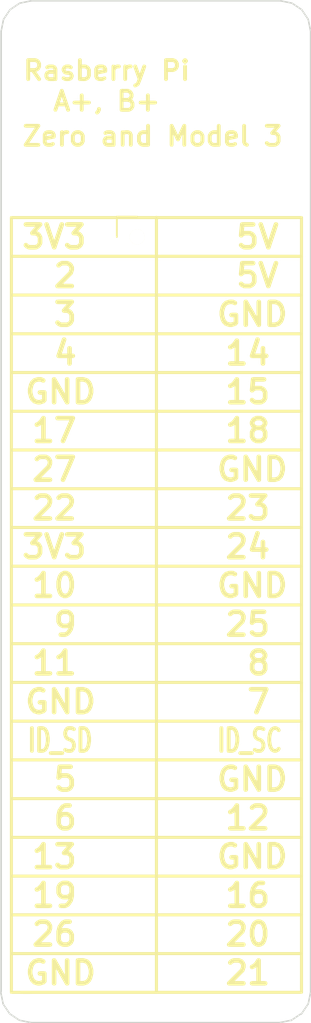
<source format=kicad_pcb>
(kicad_pcb (version 4) (host pcbnew 4.0.3-stable)

  (general
    (links 0)
    (no_connects 0)
    (area 139.587244 89.205 170.624286 157.075)
    (thickness 1.6)
    (drawings 94)
    (tracks 0)
    (zones 0)
    (modules 2)
    (nets 1)
  )

  (page A4)
  (layers
    (0 F.Cu signal)
    (31 B.Cu signal)
    (32 B.Adhes user)
    (33 F.Adhes user)
    (34 B.Paste user)
    (35 F.Paste user)
    (36 B.SilkS user)
    (37 F.SilkS user)
    (38 B.Mask user)
    (39 F.Mask user)
    (40 Dwgs.User user)
    (41 Cmts.User user)
    (42 Eco1.User user)
    (43 Eco2.User user)
    (44 Edge.Cuts user)
    (45 Margin user)
    (46 B.CrtYd user)
    (47 F.CrtYd user)
    (48 B.Fab user)
    (49 F.Fab user)
  )

  (setup
    (last_trace_width 0.25)
    (trace_clearance 0.2)
    (zone_clearance 0.508)
    (zone_45_only no)
    (trace_min 0.2)
    (segment_width 0.2)
    (edge_width 0.15)
    (via_size 0.6)
    (via_drill 0.4)
    (via_min_size 0.4)
    (via_min_drill 0.3)
    (uvia_size 0.3)
    (uvia_drill 0.1)
    (uvias_allowed no)
    (uvia_min_size 0.2)
    (uvia_min_drill 0.1)
    (pcb_text_width 0.3)
    (pcb_text_size 1.5 1.5)
    (mod_edge_width 0.15)
    (mod_text_size 1 1)
    (mod_text_width 0.15)
    (pad_size 3.2 3.2)
    (pad_drill 3.2)
    (pad_to_mask_clearance 0.2)
    (aux_axis_origin 0 0)
    (visible_elements 7FFFFFFF)
    (pcbplotparams
      (layerselection 0x010f0_80000001)
      (usegerberextensions true)
      (excludeedgelayer true)
      (linewidth 0.100000)
      (plotframeref false)
      (viasonmask false)
      (mode 1)
      (useauxorigin false)
      (hpglpennumber 1)
      (hpglpenspeed 20)
      (hpglpendiameter 15)
      (hpglpenoverlay 2)
      (psnegative false)
      (psa4output false)
      (plotreference false)
      (plotvalue false)
      (plotinvisibletext false)
      (padsonsilk false)
      (subtractmaskfromsilk false)
      (outputformat 1)
      (mirror false)
      (drillshape 0)
      (scaleselection 1)
      (outputdirectory GPIOLabel_Gerbers/))
  )

  (net 0 "")

  (net_class Default "This is the default net class."
    (clearance 0.2)
    (trace_width 0.25)
    (via_dia 0.6)
    (via_drill 0.4)
    (uvia_dia 0.3)
    (uvia_drill 0.1)
  )

  (module Mounting_Holes:MountingHole_3.2mm_M3_DIN965_Pad (layer F.Cu) (tedit 58F811D4) (tstamp 58D80D1B)
    (at 156.21 93.98)
    (descr "Mounting Hole 3.2mm, M3, DIN965")
    (tags "mounting hole 3.2mm m3 din965")
    (fp_text reference M1 (at 0 -3.8) (layer F.SilkS) hide
      (effects (font (size 1 1) (thickness 0.15)))
    )
    (fp_text value MountingHole_3.2mm_M3_DIN965_Pad (at 0 3.8) (layer F.Fab) hide
      (effects (font (size 1 1) (thickness 0.15)))
    )
    (fp_circle (center 0 0) (end 2.8 0) (layer Cmts.User) (width 0.15))
    (fp_circle (center 0 0) (end 3.05 0) (layer F.CrtYd) (width 0.05))
    (pad "" np_thru_hole circle (at 0 0) (size 3.2 3.2) (drill 3.2) (layers *.Cu *.Mask))
  )

  (module GPIOLabel:Pin_Header_Straight_2x20_Pitch2.54mm (layer F.Cu) (tedit 58E5AC24) (tstamp 58D80040)
    (at 148.59 105.41)
    (descr "Through hole straight pin header, 2x20, 2.54mm pitch, double rows")
    (tags "Through hole pin header THT 2x20 2.54mm double row")
    (path /58CDAEDC)
    (fp_text reference P1 (at 1.27 -2.33) (layer F.SilkS) hide
      (effects (font (size 1 1) (thickness 0.15)))
    )
    (fp_text value CONN_02X20 (at 1.27 50.59) (layer F.Fab) hide
      (effects (font (size 1 1) (thickness 0.15)))
    )
    (fp_line (start 1.27 -1.33) (end 1.27 1.27) (layer F.SilkS) (width 0.12))
    (fp_line (start 1.27 1.27) (end -1.33 1.27) (layer F.SilkS) (width 0.12))
    (fp_line (start -1.33 0) (end -1.33 -1.33) (layer F.SilkS) (width 0.12))
    (fp_line (start -1.33 -1.33) (end 0 -1.33) (layer F.SilkS) (width 0.12))
    (fp_line (start -1.8 -1.8) (end -1.8 50.05) (layer F.CrtYd) (width 0.05))
    (fp_line (start -1.8 50.05) (end 4.35 50.05) (layer F.CrtYd) (width 0.05))
    (fp_line (start 4.35 50.05) (end 4.35 -1.8) (layer F.CrtYd) (width 0.05))
    (fp_line (start 4.35 -1.8) (end -1.8 -1.8) (layer F.CrtYd) (width 0.05))
    (fp_text user %R (at 1.27 -2.33) (layer F.Fab) hide
      (effects (font (size 1 1) (thickness 0.15)))
    )
    (pad "" np_thru_hole circle (at 0 0) (size 1 1) (drill 1) (layers *.Cu *.Mask F.SilkS))
    (pad "" np_thru_hole oval (at 2.54 0) (size 1 1) (drill 1) (layers *.Cu *.Mask))
    (pad "" np_thru_hole oval (at 0 2.54) (size 1 1) (drill 1) (layers *.Cu *.Mask))
    (pad "" np_thru_hole oval (at 2.54 2.54) (size 1 1) (drill 1) (layers *.Cu *.Mask))
    (pad "" np_thru_hole oval (at 0 5.08) (size 1 1) (drill 1) (layers *.Cu *.Mask))
    (pad "" np_thru_hole oval (at 2.54 5.08) (size 1 1) (drill 1) (layers *.Cu *.Mask))
    (pad "" np_thru_hole oval (at 0 7.62) (size 1 1) (drill 1) (layers *.Cu *.Mask))
    (pad "" np_thru_hole oval (at 2.54 7.62) (size 1 1) (drill 1) (layers *.Cu *.Mask))
    (pad "" np_thru_hole oval (at 0 10.16) (size 1 1) (drill 1) (layers *.Cu *.Mask))
    (pad "" np_thru_hole oval (at 2.54 10.16) (size 1 1) (drill 1) (layers *.Cu *.Mask))
    (pad "" np_thru_hole oval (at 0 12.7) (size 1 1) (drill 1) (layers *.Cu *.Mask))
    (pad "" np_thru_hole oval (at 2.54 12.7) (size 1 1) (drill 1) (layers *.Cu *.Mask))
    (pad "" np_thru_hole oval (at 0 15.24) (size 1 1) (drill 1) (layers *.Cu *.Mask))
    (pad "" np_thru_hole oval (at 2.54 15.24) (size 1 1) (drill 1) (layers *.Cu *.Mask))
    (pad "" np_thru_hole oval (at 0 17.78) (size 1 1) (drill 1) (layers *.Cu *.Mask))
    (pad "" np_thru_hole oval (at 2.54 17.78) (size 1 1) (drill 1) (layers *.Cu *.Mask))
    (pad "" np_thru_hole oval (at 0 20.32) (size 1 1) (drill 1) (layers *.Cu *.Mask))
    (pad "" np_thru_hole oval (at 2.54 20.32) (size 1 1) (drill 1) (layers *.Cu *.Mask))
    (pad "" np_thru_hole oval (at 0 22.86) (size 1 1) (drill 1) (layers *.Cu *.Mask))
    (pad "" np_thru_hole oval (at 2.54 22.86) (size 1 1) (drill 1) (layers *.Cu *.Mask))
    (pad "" np_thru_hole oval (at 0 25.4) (size 1 1) (drill 1) (layers *.Cu *.Mask))
    (pad "" np_thru_hole oval (at 2.54 25.4) (size 1 1) (drill 1) (layers *.Cu *.Mask))
    (pad "" np_thru_hole oval (at 0 27.94) (size 1 1) (drill 1) (layers *.Cu *.Mask))
    (pad "" np_thru_hole oval (at 2.54 27.94) (size 1 1) (drill 1) (layers *.Cu *.Mask))
    (pad "" np_thru_hole oval (at 0 30.48) (size 1 1) (drill 1) (layers *.Cu *.Mask))
    (pad "" np_thru_hole oval (at 2.54 30.48) (size 1 1) (drill 1) (layers *.Cu *.Mask))
    (pad "" np_thru_hole oval (at 0 33.02) (size 1 1) (drill 1) (layers *.Cu *.Mask))
    (pad "" np_thru_hole oval (at 2.54 33.02) (size 1 1) (drill 1) (layers *.Cu *.Mask))
    (pad "" np_thru_hole oval (at 0 35.56) (size 1 1) (drill 1) (layers *.Cu *.Mask))
    (pad "" np_thru_hole oval (at 2.54 35.56) (size 1 1) (drill 1) (layers *.Cu *.Mask))
    (pad "" np_thru_hole oval (at 0 38.1) (size 1 1) (drill 1) (layers *.Cu *.Mask))
    (pad "" np_thru_hole oval (at 2.54 38.1) (size 1 1) (drill 1) (layers *.Cu *.Mask))
    (pad "" np_thru_hole oval (at 0 40.64) (size 1 1) (drill 1) (layers *.Cu *.Mask))
    (pad "" np_thru_hole oval (at 2.54 40.64) (size 1 1) (drill 1) (layers *.Cu *.Mask))
    (pad "" np_thru_hole oval (at 0 43.18) (size 1 1) (drill 1) (layers *.Cu *.Mask))
    (pad "" np_thru_hole oval (at 2.54 43.18) (size 1 1) (drill 1) (layers *.Cu *.Mask))
    (pad "" np_thru_hole oval (at 0 45.72) (size 1 1) (drill 1) (layers *.Cu *.Mask))
    (pad "" np_thru_hole oval (at 2.54 45.72) (size 1 1) (drill 1) (layers *.Cu *.Mask))
    (pad "" np_thru_hole oval (at 0 48.26) (size 1 1) (drill 1) (layers *.Cu *.Mask))
    (pad "" np_thru_hole oval (at 2.54 48.26) (size 1 1) (drill 1) (layers *.Cu *.Mask))
    (model ${KISYS3DMOD}/Pin_Headers.3dshapes/Pin_Header_Straight_2x20_Pitch2.54mm.wrl
      (at (xyz 0.05 -0.95 0))
      (scale (xyz 1 1 1))
      (rotate (xyz 0 0 90))
    )
  )

  (gr_text "Zero and Model 3" (at 149.606 98.806) (layer F.SilkS)
    (effects (font (size 1.25 1.25) (thickness 0.25)))
  )
  (gr_text "Rasberry Pi \nA+, B+ \n" (at 147.066 95.504) (layer F.SilkS)
    (effects (font (size 1.25 1.25) (thickness 0.25)))
  )
  (gr_line (start 141.662644 89.923554) (end 141.662644 89.923554) (layer Edge.Cuts) (width 0.1))
  (gr_line (start 140.882707 90.080241) (end 141.662644 89.923554) (layer Edge.Cuts) (width 0.1))
  (gr_line (start 140.247145 90.508054) (end 140.882707 90.080241) (layer Edge.Cuts) (width 0.1))
  (gr_line (start 139.819333 91.143616) (end 140.247145 90.508054) (layer Edge.Cuts) (width 0.1))
  (gr_line (start 139.662645 91.923553) (end 139.819333 91.143616) (layer Edge.Cuts) (width 0.1))
  (gr_line (start 139.662645 154.886263) (end 139.662645 91.923553) (layer Edge.Cuts) (width 0.1))
  (gr_line (start 139.793933 155.707601) (end 139.637245 154.927663) (layer Edge.Cuts) (width 0.1))
  (gr_line (start 140.221745 156.343163) (end 139.793933 155.707601) (layer Edge.Cuts) (width 0.1))
  (gr_line (start 140.857307 156.770974) (end 140.221745 156.343163) (layer Edge.Cuts) (width 0.1))
  (gr_line (start 141.637244 156.927662) (end 140.857307 156.770974) (layer Edge.Cuts) (width 0.1))
  (gr_line (start 157.906446 156.927662) (end 141.586444 156.927662) (layer Edge.Cuts) (width 0.1))
  (gr_line (start 158.711783 156.770974) (end 157.931846 156.927662) (layer Edge.Cuts) (width 0.1))
  (gr_line (start 159.321945 156.368563) (end 158.686383 156.796374) (layer Edge.Cuts) (width 0.1))
  (gr_line (start 159.800558 155.733001) (end 159.372745 156.368563) (layer Edge.Cuts) (width 0.1))
  (gr_line (start 159.982645 154.927663) (end 159.825958 155.707601) (layer Edge.Cuts) (width 0.1))
  (gr_line (start 159.982645 91.923553) (end 159.982645 154.886263) (layer Edge.Cuts) (width 0.1))
  (gr_line (start 159.825958 91.143616) (end 159.982645 91.923553) (layer Edge.Cuts) (width 0.1))
  (gr_line (start 159.398145 90.508054) (end 159.825958 91.143616) (layer Edge.Cuts) (width 0.1))
  (gr_line (start 158.762583 90.080241) (end 159.398145 90.508054) (layer Edge.Cuts) (width 0.1))
  (gr_line (start 157.982646 89.923554) (end 158.762583 90.080241) (layer Edge.Cuts) (width 0.1))
  (gr_line (start 141.662644 89.923554) (end 157.982646 89.923554) (layer Edge.Cuts) (width 0.1))
  (gr_line (start 140.97 154.94) (end 141.605 154.94) (angle 90) (layer F.SilkS) (width 0.2))
  (gr_line (start 140.335 154.94) (end 140.97 154.94) (angle 90) (layer F.SilkS) (width 0.2))
  (gr_line (start 140.335 104.14) (end 140.335 154.94) (angle 90) (layer F.SilkS) (width 0.2))
  (gr_line (start 159.385 114.3) (end 140.335 114.3) (angle 90) (layer F.SilkS) (width 0.2))
  (gr_line (start 140.335 152.4) (end 159.385 152.4) (angle 90) (layer F.SilkS) (width 0.2))
  (gr_line (start 140.335 149.86) (end 159.385 149.86) (angle 90) (layer F.SilkS) (width 0.2))
  (gr_line (start 140.335 147.32) (end 159.385 147.32) (angle 90) (layer F.SilkS) (width 0.2))
  (gr_line (start 140.335 144.78) (end 159.385 144.78) (angle 90) (layer F.SilkS) (width 0.2))
  (gr_line (start 140.335 142.24) (end 159.385 142.24) (angle 90) (layer F.SilkS) (width 0.2))
  (gr_line (start 140.335 139.7) (end 159.385 139.7) (angle 90) (layer F.SilkS) (width 0.2))
  (gr_line (start 159.385 137.16) (end 159.385 137.795) (angle 90) (layer F.SilkS) (width 0.2))
  (gr_line (start 140.335 137.16) (end 159.385 137.16) (angle 90) (layer F.SilkS) (width 0.2))
  (gr_line (start 159.385 134.62) (end 159.385 135.255) (angle 90) (layer F.SilkS) (width 0.2))
  (gr_line (start 140.335 134.62) (end 159.385 134.62) (angle 90) (layer F.SilkS) (width 0.2))
  (gr_line (start 140.335 132.08) (end 159.385 132.08) (angle 90) (layer F.SilkS) (width 0.2))
  (gr_line (start 140.335 129.54) (end 159.385 129.54) (angle 90) (layer F.SilkS) (width 0.2))
  (gr_line (start 140.335 127) (end 159.385 127) (angle 90) (layer F.SilkS) (width 0.2))
  (gr_line (start 140.335 124.46) (end 159.385 124.46) (angle 90) (layer F.SilkS) (width 0.2))
  (gr_line (start 140.335 121.92) (end 159.385 121.92) (angle 90) (layer F.SilkS) (width 0.2))
  (gr_line (start 140.335 119.38) (end 159.385 119.38) (angle 90) (layer F.SilkS) (width 0.2))
  (gr_line (start 140.335 116.84) (end 159.385 116.84) (angle 90) (layer F.SilkS) (width 0.2))
  (gr_line (start 140.335 111.76) (end 159.385 111.76) (angle 90) (layer F.SilkS) (width 0.2))
  (gr_line (start 140.335 109.22) (end 159.385 109.22) (angle 90) (layer F.SilkS) (width 0.2))
  (gr_line (start 159.385 106.68) (end 140.97 106.68) (angle 90) (layer F.SilkS) (width 0.2))
  (gr_line (start 140.335 106.68) (end 159.385 106.68) (angle 90) (layer F.SilkS) (width 0.2))
  (gr_line (start 159.385 104.14) (end 140.335 104.14) (angle 90) (layer F.SilkS) (width 0.2))
  (gr_line (start 159.385 154.94) (end 159.385 104.14) (angle 90) (layer F.SilkS) (width 0.2))
  (gr_line (start 149.86 154.94) (end 159.385 154.94) (angle 90) (layer F.SilkS) (width 0.2))
  (gr_line (start 140.97 154.94) (end 149.86 154.94) (angle 90) (layer F.SilkS) (width 0.2))
  (gr_line (start 149.86 154.94) (end 140.97 154.94) (angle 90) (layer F.SilkS) (width 0.2))
  (gr_line (start 149.86 104.14) (end 149.86 154.94) (angle 90) (layer F.SilkS) (width 0.2))
  (gr_text 14 (at 157.48 113.03) (layer F.SilkS)
    (effects (font (size 1.5 1.5) (thickness 0.3)) (justify right))
  )
  (gr_text 15 (at 157.48 115.57) (layer F.SilkS)
    (effects (font (size 1.5 1.5) (thickness 0.3)) (justify right))
  )
  (gr_text 18 (at 157.48 118.11) (layer F.SilkS)
    (effects (font (size 1.5 1.5) (thickness 0.3)) (justify right))
  )
  (gr_text 23 (at 157.48 123.19) (layer F.SilkS)
    (effects (font (size 1.5 1.5) (thickness 0.3)) (justify right))
  )
  (gr_text 24 (at 157.48 125.73) (layer F.SilkS)
    (effects (font (size 1.5 1.5) (thickness 0.3)) (justify right))
  )
  (gr_text 25 (at 157.48 130.81) (layer F.SilkS)
    (effects (font (size 1.5 1.5) (thickness 0.3)) (justify right))
  )
  (gr_text 8 (at 157.48 133.35) (layer F.SilkS)
    (effects (font (size 1.5 1.5) (thickness 0.3)) (justify right))
  )
  (gr_text 7 (at 157.48 135.89) (layer F.SilkS)
    (effects (font (size 1.5 1.5) (thickness 0.3)) (justify right))
  )
  (gr_text ID_SC (at 158.242 138.43) (layer F.SilkS)
    (effects (font (size 1.5 1) (thickness 0.25)) (justify right))
  )
  (gr_text 12 (at 157.48 143.51) (layer F.SilkS)
    (effects (font (size 1.5 1.5) (thickness 0.3)) (justify right))
  )
  (gr_text 21 (at 157.48 153.67) (layer F.SilkS)
    (effects (font (size 1.5 1.5) (thickness 0.3)) (justify right))
  )
  (gr_text 20 (at 157.48 151.13) (layer F.SilkS)
    (effects (font (size 1.5 1.5) (thickness 0.3)) (justify right))
  )
  (gr_text 16 (at 157.48 148.59) (layer F.SilkS)
    (effects (font (size 1.5 1.5) (thickness 0.3)) (justify right))
  )
  (gr_text 26 (at 144.78 151.13) (layer F.SilkS)
    (effects (font (size 1.5 1.5) (thickness 0.3)) (justify right))
  )
  (gr_text 19 (at 144.78 148.59) (layer F.SilkS)
    (effects (font (size 1.5 1.5) (thickness 0.3)) (justify right))
  )
  (gr_text 13 (at 144.78 146.05) (layer F.SilkS)
    (effects (font (size 1.5 1.5) (thickness 0.3)) (justify right))
  )
  (gr_text 6 (at 144.78 143.51) (layer F.SilkS)
    (effects (font (size 1.5 1.5) (thickness 0.3)) (justify right))
  )
  (gr_text 5 (at 144.78 140.97) (layer F.SilkS)
    (effects (font (size 1.5 1.5) (thickness 0.3)) (justify right))
  )
  (gr_text ID_SD (at 145.796 138.43) (layer F.SilkS)
    (effects (font (size 1.5 1) (thickness 0.25)) (justify right))
  )
  (gr_text 11 (at 144.78 133.35) (layer F.SilkS)
    (effects (font (size 1.5 1.5) (thickness 0.3)) (justify right))
  )
  (gr_text 9 (at 144.78 130.81) (layer F.SilkS)
    (effects (font (size 1.5 1.5) (thickness 0.3)) (justify right))
  )
  (gr_text 10 (at 144.78 128.27) (layer F.SilkS)
    (effects (font (size 1.5 1.5) (thickness 0.3)) (justify right))
  )
  (gr_text 22 (at 144.78 123.19) (layer F.SilkS)
    (effects (font (size 1.5 1.5) (thickness 0.3)) (justify right))
  )
  (gr_text 27 (at 144.78 120.65) (layer F.SilkS)
    (effects (font (size 1.5 1.5) (thickness 0.3)) (justify right))
  )
  (gr_text 17 (at 144.78 118.11) (layer F.SilkS)
    (effects (font (size 1.5 1.5) (thickness 0.3)) (justify right))
  )
  (gr_text 4 (at 144.78 113.03) (layer F.SilkS)
    (effects (font (size 1.5 1.5) (thickness 0.3)) (justify right))
  )
  (gr_text 3 (at 144.78 110.49) (layer F.SilkS)
    (effects (font (size 1.5 1.5) (thickness 0.3)) (justify right))
  )
  (gr_text 2 (at 144.78 107.95) (layer F.SilkS)
    (effects (font (size 1.5 1.5) (thickness 0.3)) (justify right))
  )
  (gr_text GND (at 146.05 115.57) (layer F.SilkS)
    (effects (font (size 1.5 1.5) (thickness 0.3)) (justify right))
  )
  (gr_text GND (at 146.05 135.89) (layer F.SilkS)
    (effects (font (size 1.5 1.5) (thickness 0.3)) (justify right))
  )
  (gr_text GND (at 146.05 153.67) (layer F.SilkS)
    (effects (font (size 1.5 1.5) (thickness 0.3)) (justify right))
  )
  (gr_text GND (at 153.67 140.97) (layer F.SilkS)
    (effects (font (size 1.5 1.5) (thickness 0.3)) (justify left))
  )
  (gr_text GND (at 153.67 146.05) (layer F.SilkS)
    (effects (font (size 1.5 1.5) (thickness 0.3)) (justify left))
  )
  (gr_text GND (at 153.67 128.27) (layer F.SilkS)
    (effects (font (size 1.5 1.5) (thickness 0.3)) (justify left))
  )
  (gr_text GND (at 153.67 120.65) (layer F.SilkS)
    (effects (font (size 1.5 1.5) (thickness 0.3)) (justify left))
  )
  (gr_text GND (at 153.67 110.49) (layer F.SilkS)
    (effects (font (size 1.5 1.5) (thickness 0.3)) (justify left))
  )
  (gr_text 3V3 (at 145.415 125.73) (layer F.SilkS)
    (effects (font (size 1.5 1.5) (thickness 0.3)) (justify right))
  )
  (gr_text 3V3 (at 145.415 105.41) (layer F.SilkS)
    (effects (font (size 1.5 1.5) (thickness 0.3)) (justify right))
  )
  (gr_text 5V (at 154.94 107.95) (layer F.SilkS)
    (effects (font (size 1.5 1.5) (thickness 0.3)) (justify left))
  )
  (gr_text 5V (at 154.94 105.41) (layer F.SilkS)
    (effects (font (size 1.5 1.5) (thickness 0.3)) (justify left))
  )

)

</source>
